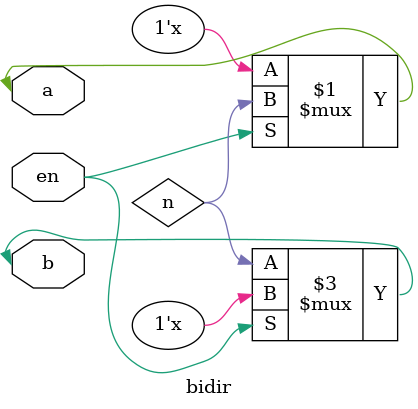
<source format=v>
module bidir(a,b,en);
  inout a,b;
  input en;
  wire n;
  assign a=en?n:1'bz;
  assign b=(!en)?n:1'bz;
endmodule 
        
    


</source>
